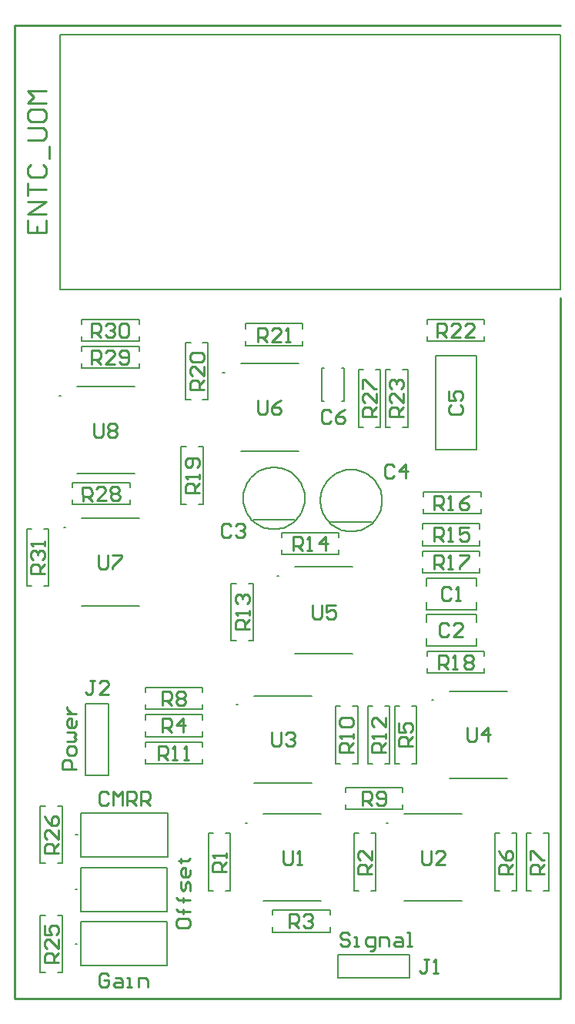
<source format=gbr>
G04*
G04 #@! TF.GenerationSoftware,Altium Limited,Altium Designer,23.2.1 (34)*
G04*
G04 Layer_Color=65535*
%FSLAX25Y25*%
%MOIN*%
G70*
G04*
G04 #@! TF.SameCoordinates,FD52DB97-2028-4BFA-9E6B-1C7D996C3806*
G04*
G04*
G04 #@! TF.FilePolarity,Positive*
G04*
G01*
G75*
%ADD10C,0.00787*%
%ADD11C,0.00591*%
%ADD12C,0.01000*%
%ADD13C,0.00500*%
D10*
X90807Y255157D02*
X90020D01*
X90807D01*
X250256Y180354D02*
X249468D01*
X250256D01*
X165610Y178386D02*
X164823D01*
X165610D01*
X169547Y127205D02*
X168760D01*
X169547D01*
X88839Y312244D02*
X88051D01*
X88839D01*
X95866Y74803D02*
X95079D01*
X95866D01*
X183209Y234252D02*
X182421D01*
X183209D01*
X230571Y127205D02*
X229784D01*
X230571D01*
X96024Y122047D02*
X95236D01*
X96024D01*
X95866Y98425D02*
X95079D01*
X95866D01*
X159705Y322087D02*
X158917D01*
X159705D01*
X229528Y323425D02*
X231598D01*
X236906Y298622D02*
X238976D01*
X236906Y323425D02*
X238976D01*
X229528Y298622D02*
X231598D01*
X229528D02*
Y323425D01*
X238976Y298622D02*
Y323425D01*
X168701Y333858D02*
Y335929D01*
X193504Y341236D02*
Y343307D01*
X168701Y341236D02*
Y343307D01*
X193504Y333858D02*
Y335929D01*
X168701Y333858D02*
X193504D01*
X168701Y343307D02*
X193504D01*
X172047Y258366D02*
X190157D01*
X201772Y309842D02*
Y324016D01*
X210531D02*
X211614D01*
X201772D02*
X202854D01*
X211614Y309842D02*
Y324016D01*
X210531Y309842D02*
X211614D01*
X201772D02*
X202854D01*
X212008Y133071D02*
Y135142D01*
X236811Y140449D02*
Y142520D01*
X212008Y140449D02*
Y142520D01*
X236811Y133071D02*
Y135142D01*
X212008Y133071D02*
X236811D01*
X212008Y142520D02*
X236811D01*
X150197Y171945D02*
Y174016D01*
X125394Y164567D02*
Y166638D01*
X150197Y164567D02*
Y166638D01*
X125394Y171945D02*
Y174016D01*
X150197D01*
X125394Y164567D02*
X150197D01*
X208917Y59961D02*
Y69961D01*
Y59961D02*
X239902D01*
Y69961D01*
X208917D02*
X239902D01*
X140945Y289961D02*
X143016D01*
X148323Y265158D02*
X150394D01*
X148323Y289961D02*
X150394D01*
X140945Y265158D02*
X143016D01*
X140945D02*
Y289961D01*
X150394Y265158D02*
Y289961D01*
X209252Y250685D02*
Y252756D01*
X184449Y243307D02*
Y245378D01*
X209252Y243307D02*
Y245378D01*
X184449Y250685D02*
Y252756D01*
X209252D01*
X184449Y243307D02*
X209252D01*
X99331Y147736D02*
Y178720D01*
X109331D01*
Y147736D02*
Y178720D01*
X99331Y147736D02*
X109331D01*
X118701Y272339D02*
Y274410D01*
X93898Y264961D02*
Y267032D01*
X118701Y264961D02*
Y267032D01*
X93898Y272339D02*
Y274410D01*
X118701D01*
X93898Y264961D02*
X118701D01*
X290551Y97835D02*
Y122638D01*
X300000Y97835D02*
Y122638D01*
X297929D02*
X300000D01*
X290551Y97835D02*
X292622D01*
X290551Y122638D02*
X292622D01*
X297929Y97835D02*
X300000D01*
X276772D02*
Y122638D01*
X286221Y97835D02*
Y122638D01*
X284150D02*
X286221D01*
X276772Y97835D02*
X278842D01*
X276772Y122638D02*
X278842D01*
X284150Y97835D02*
X286221D01*
X162205D02*
Y122638D01*
X152756Y97835D02*
Y122638D01*
Y97835D02*
X154827D01*
X160134Y122638D02*
X162205D01*
X160134Y97835D02*
X162205D01*
X152756Y122638D02*
X154827D01*
X231102Y152953D02*
Y177756D01*
X221654Y152953D02*
Y177756D01*
Y152953D02*
X223724D01*
X229031Y177756D02*
X231102D01*
X229031Y152953D02*
X231102D01*
X221654Y177756D02*
X223724D01*
X162598Y206102D02*
Y230906D01*
X172047Y206102D02*
Y230906D01*
X169976D02*
X172047D01*
X162598Y206102D02*
X164669D01*
X162598Y230906D02*
X164669D01*
X169976Y206102D02*
X172047D01*
X207874Y152953D02*
Y177756D01*
X217323Y152953D02*
Y177756D01*
X215252D02*
X217323D01*
X207874Y152953D02*
X209945D01*
X207874Y177756D02*
X209945D01*
X215252Y152953D02*
X217323D01*
X125394Y176378D02*
X150197D01*
X125394Y185827D02*
X150197D01*
X125394Y183756D02*
Y185827D01*
X150197Y176378D02*
Y178449D01*
X125394Y176378D02*
Y178449D01*
X150197Y183756D02*
Y185827D01*
X180512Y89370D02*
X205315D01*
X180512Y79921D02*
X205315D01*
Y81992D01*
X180512Y87299D02*
Y89370D01*
X205315Y87299D02*
Y89370D01*
X180512Y79921D02*
Y81992D01*
X245913Y270472D02*
X270717D01*
X245913Y261024D02*
X270717D01*
Y263094D01*
X245913Y268402D02*
Y270472D01*
X270717Y268402D02*
Y270472D01*
X245913Y261024D02*
Y263094D01*
X245472Y244882D02*
X270276D01*
X245472Y235433D02*
X270276D01*
Y237504D01*
X245472Y242811D02*
Y244882D01*
X270276Y242811D02*
Y244882D01*
X245472Y235433D02*
Y237504D01*
X233465Y152953D02*
Y177756D01*
X242913Y152953D02*
Y177756D01*
X240843D02*
X242913D01*
X233465Y152953D02*
X235535D01*
X233465Y177756D02*
X235535D01*
X240843Y152953D02*
X242913D01*
X225197Y97835D02*
Y122638D01*
X215748Y97835D02*
Y122638D01*
Y97835D02*
X217819D01*
X223126Y122638D02*
X225197D01*
X223126Y97835D02*
X225197D01*
X215748Y122638D02*
X217819D01*
X247441Y201575D02*
X272244D01*
X247441Y192126D02*
X272244D01*
Y194197D01*
X247441Y199504D02*
Y201575D01*
X272244Y199504D02*
Y201575D01*
X247441Y192126D02*
Y194197D01*
X245472Y256693D02*
X270276D01*
X245472Y247244D02*
X270276D01*
Y249315D01*
X245472Y254622D02*
Y256693D01*
X270276Y254622D02*
Y256693D01*
X245472Y247244D02*
Y249315D01*
X125394Y162205D02*
X150197D01*
X125394Y152756D02*
X150197D01*
Y154827D01*
X125394Y160134D02*
Y162205D01*
X150197Y160134D02*
Y162205D01*
X125394Y152756D02*
Y154827D01*
X97835Y333465D02*
X122638D01*
X97835Y324016D02*
X122638D01*
Y326087D01*
X97835Y331394D02*
Y333465D01*
X122638Y331394D02*
Y333465D01*
X97835Y324016D02*
Y326087D01*
Y345276D02*
X122638D01*
X97835Y335827D02*
X122638D01*
Y337898D01*
X97835Y343205D02*
Y345276D01*
X122638Y343205D02*
Y345276D01*
X97835Y335827D02*
Y337898D01*
X205512Y257382D02*
X223622D01*
X74016Y229724D02*
Y254528D01*
X83465Y229724D02*
Y254528D01*
X81394D02*
X83465D01*
X74016Y229724D02*
X76087D01*
X74016Y254528D02*
X76087D01*
X81394Y229724D02*
X83465D01*
X217717Y298622D02*
Y323425D01*
X227165Y298622D02*
Y323425D01*
X225095D02*
X227165D01*
X217717Y298622D02*
X219787D01*
X217717Y323425D02*
X219787D01*
X225095Y298622D02*
X227165D01*
X79921Y62402D02*
Y87205D01*
X89370Y62402D02*
Y87205D01*
X87299D02*
X89370D01*
X79921Y62402D02*
X81992D01*
X79921Y87205D02*
X81992D01*
X87299Y62402D02*
X89370D01*
X152362Y310433D02*
Y335236D01*
X142913Y310433D02*
Y335236D01*
Y310433D02*
X144984D01*
X150291Y335236D02*
X152362D01*
X150291Y310433D02*
X152362D01*
X142913Y335236D02*
X144984D01*
X247441Y345276D02*
X272244D01*
X247441Y335827D02*
X272244D01*
Y337898D01*
X247441Y343205D02*
Y345276D01*
X272244Y343205D02*
Y345276D01*
X247441Y335827D02*
Y337898D01*
X89370Y109646D02*
Y134449D01*
X79921Y109646D02*
Y134449D01*
Y109646D02*
X81992D01*
X87299Y134449D02*
X89370D01*
X87299Y109646D02*
X89370D01*
X79921Y134449D02*
X81992D01*
D11*
X194488Y267717D02*
X194451Y268717D01*
X194339Y269712D01*
X194153Y270695D01*
X193894Y271662D01*
X193563Y272607D01*
X193163Y273524D01*
X192695Y274410D01*
X192162Y275257D01*
X191568Y276062D01*
X190915Y276821D01*
X190207Y277529D01*
X189448Y278182D01*
X188643Y278776D01*
X187795Y279309D01*
X186910Y279777D01*
X185993Y280177D01*
X185048Y280508D01*
X184081Y280767D01*
X183097Y280953D01*
X182103Y281065D01*
X181102Y281102D01*
X180102Y281065D01*
X179107Y280953D01*
X178124Y280767D01*
X177157Y280508D01*
X176212Y280177D01*
X175294Y279777D01*
X174409Y279309D01*
X173562Y278776D01*
X172756Y278182D01*
X171998Y277529D01*
X171290Y276821D01*
X170637Y276062D01*
X170043Y275257D01*
X169510Y274410D01*
X169042Y273524D01*
X168642Y272607D01*
X168311Y271662D01*
X168052Y270695D01*
X167866Y269712D01*
X167754Y268717D01*
X167717Y267717D01*
X167754Y266716D01*
X167866Y265722D01*
X168052Y264738D01*
X168311Y263771D01*
X168642Y262826D01*
X169042Y261909D01*
X169510Y261024D01*
X170043Y260176D01*
X170637Y259371D01*
X171290Y258612D01*
X171998Y257904D01*
X172757Y257251D01*
X173562Y256657D01*
X174409Y256124D01*
X175294Y255656D01*
X176212Y255256D01*
X177157Y254925D01*
X178124Y254666D01*
X179107Y254480D01*
X180102Y254368D01*
X181102Y254331D01*
X182103Y254368D01*
X183098Y254480D01*
X184081Y254666D01*
X185048Y254925D01*
X185993Y255256D01*
X186910Y255656D01*
X187795Y256124D01*
X188643Y256657D01*
X189448Y257251D01*
X190207Y257904D01*
X190915Y258612D01*
X191568Y259371D01*
X192162Y260176D01*
X192695Y261024D01*
X193163Y261909D01*
X193563Y262826D01*
X193894Y263771D01*
X194153Y264738D01*
X194339Y265722D01*
X194451Y266716D01*
X194488Y267717D01*
X227953Y266732D02*
X227915Y267733D01*
X227803Y268727D01*
X227617Y269711D01*
X227358Y270678D01*
X227027Y271623D01*
X226627Y272540D01*
X226159Y273425D01*
X225627Y274273D01*
X225032Y275078D01*
X224379Y275837D01*
X223672Y276545D01*
X222913Y277198D01*
X222107Y277792D01*
X221260Y278325D01*
X220375Y278793D01*
X219457Y279193D01*
X218513Y279523D01*
X217546Y279783D01*
X216562Y279969D01*
X215567Y280081D01*
X214567Y280118D01*
X213567Y280081D01*
X212572Y279969D01*
X211588Y279783D01*
X210621Y279523D01*
X209677Y279193D01*
X208759Y278793D01*
X207874Y278325D01*
X207026Y277792D01*
X206221Y277198D01*
X205462Y276545D01*
X204754Y275837D01*
X204101Y275078D01*
X203507Y274273D01*
X202975Y273425D01*
X202507Y272540D01*
X202106Y271623D01*
X201776Y270678D01*
X201517Y269711D01*
X201331Y268727D01*
X201219Y267733D01*
X201181Y266732D01*
X201219Y265732D01*
X201331Y264737D01*
X201517Y263754D01*
X201776Y262787D01*
X202106Y261842D01*
X202507Y260924D01*
X202975Y260039D01*
X203507Y259192D01*
X204101Y258386D01*
X204754Y257628D01*
X205462Y256920D01*
X206221Y256267D01*
X207027Y255672D01*
X207874Y255140D01*
X208759Y254672D01*
X209677Y254272D01*
X210621Y253941D01*
X211588Y253682D01*
X212572Y253496D01*
X213567Y253384D01*
X214567Y253346D01*
X215567Y253384D01*
X216562Y253496D01*
X217546Y253682D01*
X218513Y253941D01*
X219457Y254272D01*
X220375Y254672D01*
X221260Y255140D01*
X222108Y255672D01*
X222913Y256267D01*
X223672Y256920D01*
X224379Y257628D01*
X225032Y258386D01*
X225627Y259192D01*
X226159Y260039D01*
X226627Y260924D01*
X227027Y261842D01*
X227358Y262787D01*
X227617Y263754D01*
X227803Y264737D01*
X227915Y265732D01*
X227953Y266732D01*
D12*
X305118Y51181D02*
Y354331D01*
X68898Y51181D02*
X305118D01*
X68898D02*
Y472441D01*
X305118D01*
X74315Y388221D02*
Y382890D01*
X82313D01*
Y388221D01*
X78314Y382890D02*
Y385556D01*
X82313Y390887D02*
X74315D01*
X82313Y396219D01*
X74315D01*
Y398885D02*
Y404216D01*
Y401550D01*
X82313D01*
X75648Y412214D02*
X74315Y410881D01*
Y408215D01*
X75648Y406882D01*
X80980D01*
X82313Y408215D01*
Y410881D01*
X80980Y412214D01*
X83646Y414879D02*
Y420211D01*
X74315Y422877D02*
X80980D01*
X82313Y424210D01*
Y426875D01*
X80980Y428208D01*
X74315D01*
Y434873D02*
Y432207D01*
X75648Y430874D01*
X80980D01*
X82313Y432207D01*
Y434873D01*
X80980Y436206D01*
X75648D01*
X74315Y434873D01*
X82313Y438872D02*
X74315D01*
X76981Y441537D01*
X74315Y444203D01*
X82313D01*
X138671Y84708D02*
Y82708D01*
X139671Y81709D01*
X143670D01*
X144669Y82708D01*
Y84708D01*
X143670Y85707D01*
X139671D01*
X138671Y84708D01*
X144669Y88706D02*
X139671D01*
X141670D01*
Y87707D01*
Y89706D01*
Y88706D01*
X139671D01*
X138671Y89706D01*
X144669Y93705D02*
X139671D01*
X141670D01*
Y92705D01*
Y94704D01*
Y93705D01*
X139671D01*
X138671Y94704D01*
X144669Y97703D02*
Y100703D01*
X143670Y101702D01*
X142670Y100703D01*
Y98703D01*
X141670Y97703D01*
X140671Y98703D01*
Y101702D01*
X144669Y106701D02*
Y104701D01*
X143670Y103701D01*
X141670D01*
X140671Y104701D01*
Y106701D01*
X141670Y107700D01*
X142670D01*
Y103701D01*
X139671Y110699D02*
X140671D01*
Y109700D01*
Y111699D01*
Y110699D01*
X143670D01*
X144669Y111699D01*
X109329Y61116D02*
X108330Y62116D01*
X106330D01*
X105331Y61116D01*
Y57118D01*
X106330Y56118D01*
X108330D01*
X109329Y57118D01*
Y59117D01*
X107330D01*
X112328Y60117D02*
X114328D01*
X115328Y59117D01*
Y56118D01*
X112328D01*
X111329Y57118D01*
X112328Y58118D01*
X115328D01*
X117327Y56118D02*
X119326D01*
X118326D01*
Y60117D01*
X117327D01*
X122325Y56118D02*
Y60117D01*
X125324D01*
X126324Y59117D01*
Y56118D01*
X109329Y139857D02*
X108330Y140856D01*
X106330D01*
X105331Y139857D01*
Y135858D01*
X106330Y134858D01*
X108330D01*
X109329Y135858D01*
X111329Y134858D02*
Y140856D01*
X113328Y138857D01*
X115328Y140856D01*
Y134858D01*
X117327D02*
Y140856D01*
X120326D01*
X121326Y139857D01*
Y137857D01*
X120326Y136858D01*
X117327D01*
X119326D02*
X121326Y134858D01*
X123325D02*
Y140856D01*
X126324D01*
X127324Y139857D01*
Y137857D01*
X126324Y136858D01*
X123325D01*
X125324D02*
X127324Y134858D01*
X95457Y150606D02*
X89459D01*
Y153605D01*
X90458Y154605D01*
X92458D01*
X93457Y153605D01*
Y150606D01*
X95457Y157604D02*
Y159603D01*
X94457Y160603D01*
X92458D01*
X91458Y159603D01*
Y157604D01*
X92458Y156604D01*
X94457D01*
X95457Y157604D01*
X91458Y162602D02*
X94457D01*
X95457Y163602D01*
X94457Y164602D01*
X95457Y165601D01*
X94457Y166601D01*
X91458D01*
X95457Y171599D02*
Y169600D01*
X94457Y168600D01*
X92458D01*
X91458Y169600D01*
Y171599D01*
X92458Y172599D01*
X93457D01*
Y168600D01*
X91458Y174599D02*
X95457D01*
X93457D01*
X92458Y175598D01*
X91458Y176598D01*
Y177598D01*
X213660Y78864D02*
X212660Y79864D01*
X210661D01*
X209661Y78864D01*
Y77864D01*
X210661Y76864D01*
X212660D01*
X213660Y75865D01*
Y74865D01*
X212660Y73865D01*
X210661D01*
X209661Y74865D01*
X215659Y73865D02*
X217659D01*
X216659D01*
Y77864D01*
X215659D01*
X222657Y71866D02*
X223657D01*
X224657Y72866D01*
Y77864D01*
X221657D01*
X220658Y76864D01*
Y74865D01*
X221657Y73865D01*
X224657D01*
X226656D02*
Y77864D01*
X229655D01*
X230655Y76864D01*
Y73865D01*
X233654Y77864D02*
X235653D01*
X236653Y76864D01*
Y73865D01*
X233654D01*
X232654Y74865D01*
X233654Y75865D01*
X236653D01*
X238652Y73865D02*
X240651D01*
X239652D01*
Y79864D01*
X238652D01*
X103379Y188676D02*
X101380D01*
X102380D01*
Y183678D01*
X101380Y182678D01*
X100380D01*
X99381Y183678D01*
X109378Y182678D02*
X105379D01*
X109378Y186677D01*
Y187677D01*
X108378Y188676D01*
X106378D01*
X105379Y187677D01*
X103269Y300243D02*
Y295245D01*
X104269Y294245D01*
X106268D01*
X107268Y295245D01*
Y300243D01*
X109267Y299243D02*
X110267Y300243D01*
X112266D01*
X113266Y299243D01*
Y298244D01*
X112266Y297244D01*
X113266Y296244D01*
Y295245D01*
X112266Y294245D01*
X110267D01*
X109267Y295245D01*
Y296244D01*
X110267Y297244D01*
X109267Y298244D01*
Y299243D01*
X110267Y297244D02*
X112266D01*
X105238Y243157D02*
Y238158D01*
X106237Y237158D01*
X108237D01*
X109237Y238158D01*
Y243157D01*
X111236D02*
X115235D01*
Y242157D01*
X111236Y238158D01*
Y237158D01*
X174135Y310086D02*
Y305087D01*
X175135Y304088D01*
X177135D01*
X178134Y305087D01*
Y310086D01*
X184132D02*
X182133Y309086D01*
X180133Y307087D01*
Y305087D01*
X181133Y304088D01*
X183133D01*
X184132Y305087D01*
Y306087D01*
X183133Y307087D01*
X180133D01*
X197757Y221503D02*
Y216505D01*
X198757Y215505D01*
X200757D01*
X201756Y216505D01*
Y221503D01*
X207754D02*
X203756D01*
Y218504D01*
X205755Y219504D01*
X206755D01*
X207754Y218504D01*
Y216505D01*
X206755Y215505D01*
X204755D01*
X203756Y216505D01*
X264687Y168353D02*
Y163355D01*
X265686Y162355D01*
X267686D01*
X268685Y163355D01*
Y168353D01*
X273684Y162355D02*
Y168353D01*
X270685Y165354D01*
X274683D01*
X180041Y166385D02*
Y161387D01*
X181041Y160387D01*
X183040D01*
X184040Y161387D01*
Y166385D01*
X186039Y165385D02*
X187039Y166385D01*
X189038D01*
X190038Y165385D01*
Y164385D01*
X189038Y163386D01*
X188038D01*
X189038D01*
X190038Y162386D01*
Y161387D01*
X189038Y160387D01*
X187039D01*
X186039Y161387D01*
X245002Y115204D02*
Y110205D01*
X246001Y109206D01*
X248001D01*
X249000Y110205D01*
Y115204D01*
X254998Y109206D02*
X251000D01*
X254998Y113204D01*
Y114204D01*
X253999Y115204D01*
X251999D01*
X251000Y114204D01*
X184978Y115204D02*
Y110205D01*
X185977Y109206D01*
X187977D01*
X188976Y110205D01*
Y115204D01*
X190976Y109206D02*
X192975D01*
X191975D01*
Y115204D01*
X190976Y114204D01*
X81669Y235099D02*
X75671Y235159D01*
X75701Y238158D01*
X76711Y239147D01*
X78710Y239127D01*
X79700Y238118D01*
X79670Y235119D01*
X79690Y237118D02*
X81709Y239097D01*
X76731Y241146D02*
X75741Y242156D01*
X75761Y244155D01*
X76771Y245145D01*
X77771Y245135D01*
X78760Y244125D01*
X78750Y243126D01*
X78760Y244125D01*
X79770Y245115D01*
X80769Y245105D01*
X81759Y244095D01*
X81739Y242096D01*
X80729Y241106D01*
X81789Y247094D02*
X81809Y249093D01*
X81799Y248094D01*
X75801Y248154D01*
X76791Y247144D01*
X102239Y337552D02*
Y343550D01*
X105238D01*
X106237Y342550D01*
Y340551D01*
X105238Y339551D01*
X102239D01*
X104238D02*
X106237Y337552D01*
X108237Y342550D02*
X109237Y343550D01*
X111236D01*
X112236Y342550D01*
Y341551D01*
X111236Y340551D01*
X110236D01*
X111236D01*
X112236Y339551D01*
Y338552D01*
X111236Y337552D01*
X109237D01*
X108237Y338552D01*
X114235Y342550D02*
X115235Y343550D01*
X117234D01*
X118234Y342550D01*
Y338552D01*
X117234Y337552D01*
X115235D01*
X114235Y338552D01*
Y342550D01*
X102239Y325741D02*
Y331739D01*
X105238D01*
X106237Y330739D01*
Y328740D01*
X105238Y327741D01*
X102239D01*
X104238D02*
X106237Y325741D01*
X112236D02*
X108237D01*
X112236Y329740D01*
Y330739D01*
X111236Y331739D01*
X109237D01*
X108237Y330739D01*
X114235Y326741D02*
X115235Y325741D01*
X117234D01*
X118234Y326741D01*
Y330739D01*
X117234Y331739D01*
X115235D01*
X114235Y330739D01*
Y329740D01*
X115235Y328740D01*
X118234D01*
X98360Y266536D02*
X98247Y272533D01*
X101245Y272589D01*
X102263Y271609D01*
X102301Y269610D01*
X101321Y268591D01*
X98322Y268535D01*
X100321Y268572D02*
X102358Y266611D01*
X108355Y266724D02*
X104357Y266649D01*
X108279Y270722D01*
X108261Y271722D01*
X107242Y272702D01*
X105243Y272665D01*
X104262Y271646D01*
X110259Y271759D02*
X111240Y272778D01*
X113239Y272815D01*
X114258Y271835D01*
X114276Y270835D01*
X113296Y269817D01*
X114314Y268836D01*
X114333Y267837D01*
X113352Y266818D01*
X111353Y266781D01*
X110335Y267761D01*
X110316Y268761D01*
X111297Y269779D01*
X110278Y270760D01*
X110259Y271759D01*
X111297Y269779D02*
X113296Y269817D01*
X225440Y303026D02*
X219442D01*
Y306025D01*
X220442Y307025D01*
X222441D01*
X223441Y306025D01*
Y303026D01*
Y305026D02*
X225440Y307025D01*
Y313023D02*
Y309024D01*
X221441Y313023D01*
X220442D01*
X219442Y312023D01*
Y310024D01*
X220442Y309024D01*
X219442Y315022D02*
Y319021D01*
X220442D01*
X224440Y315022D01*
X225440D01*
X87645Y114050D02*
X81647D01*
Y117049D01*
X82646Y118049D01*
X84646D01*
X85645Y117049D01*
Y114050D01*
Y116049D02*
X87645Y118049D01*
Y124047D02*
Y120048D01*
X83646Y124047D01*
X82646D01*
X81647Y123047D01*
Y121048D01*
X82646Y120048D01*
X81647Y130045D02*
X82646Y128045D01*
X84646Y126046D01*
X86645D01*
X87645Y127046D01*
Y129045D01*
X86645Y130045D01*
X85645D01*
X84646Y129045D01*
Y126046D01*
X87645Y66806D02*
X81647D01*
Y69805D01*
X82646Y70804D01*
X84646D01*
X85645Y69805D01*
Y66806D01*
Y68805D02*
X87645Y70804D01*
Y76802D02*
Y72804D01*
X83646Y76802D01*
X82646D01*
X81647Y75803D01*
Y73804D01*
X82646Y72804D01*
X81647Y82801D02*
Y78802D01*
X84646D01*
X83646Y80801D01*
Y81801D01*
X84646Y82801D01*
X86645D01*
X87645Y81801D01*
Y79801D01*
X86645Y78802D01*
X237251Y303026D02*
X231253D01*
Y306025D01*
X232253Y307025D01*
X234252D01*
X235252Y306025D01*
Y303026D01*
Y305026D02*
X237251Y307025D01*
Y313023D02*
Y309024D01*
X233252Y313023D01*
X232253D01*
X231253Y312023D01*
Y310024D01*
X232253Y309024D01*
Y315022D02*
X231253Y316022D01*
Y318021D01*
X232253Y319021D01*
X233252D01*
X234252Y318021D01*
Y317022D01*
Y318021D01*
X235252Y319021D01*
X236251D01*
X237251Y318021D01*
Y316022D01*
X236251Y315022D01*
X251845Y337552D02*
Y343550D01*
X254844D01*
X255844Y342550D01*
Y340551D01*
X254844Y339551D01*
X251845D01*
X253844D02*
X255844Y337552D01*
X261842D02*
X257843D01*
X261842Y341551D01*
Y342550D01*
X260842Y343550D01*
X258843D01*
X257843Y342550D01*
X267840Y337552D02*
X263841D01*
X267840Y341551D01*
Y342550D01*
X266840Y343550D01*
X264841D01*
X263841Y342550D01*
X174105Y335584D02*
Y341582D01*
X177104D01*
X178103Y340582D01*
Y338583D01*
X177104Y337583D01*
X174105D01*
X176104D02*
X178103Y335584D01*
X184101D02*
X180103D01*
X184101Y339582D01*
Y340582D01*
X183102Y341582D01*
X181102D01*
X180103Y340582D01*
X186101Y335584D02*
X188100D01*
X187100D01*
Y341582D01*
X186101Y340582D01*
X150637Y314837D02*
X144639D01*
Y317836D01*
X145638Y318836D01*
X147638D01*
X148637Y317836D01*
Y314837D01*
Y316837D02*
X150637Y318836D01*
Y324834D02*
Y320835D01*
X146638Y324834D01*
X145638D01*
X144639Y323834D01*
Y321835D01*
X145638Y320835D01*
Y326833D02*
X144639Y327833D01*
Y329832D01*
X145638Y330832D01*
X149637D01*
X150637Y329832D01*
Y327833D01*
X149637Y326833D01*
X145638D01*
X148668Y270061D02*
X142670D01*
Y273060D01*
X143670Y274060D01*
X145669D01*
X146669Y273060D01*
Y270061D01*
Y272061D02*
X148668Y274060D01*
Y276060D02*
Y278059D01*
Y277059D01*
X142670D01*
X143670Y276060D01*
X147669Y281058D02*
X148668Y282058D01*
Y284057D01*
X147669Y285057D01*
X143670D01*
X142670Y284057D01*
Y282058D01*
X143670Y281058D01*
X144670D01*
X145669Y282058D01*
Y285057D01*
X252345Y193851D02*
Y199849D01*
X255344D01*
X256344Y198850D01*
Y196850D01*
X255344Y195851D01*
X252345D01*
X254344D02*
X256344Y193851D01*
X258343D02*
X260342D01*
X259343D01*
Y199849D01*
X258343Y198850D01*
X263341D02*
X264341Y199849D01*
X266340D01*
X267340Y198850D01*
Y197850D01*
X266340Y196850D01*
X267340Y195851D01*
Y194851D01*
X266340Y193851D01*
X264341D01*
X263341Y194851D01*
Y195851D01*
X264341Y196850D01*
X263341Y197850D01*
Y198850D01*
X264341Y196850D02*
X266340D01*
X250377Y237158D02*
Y243157D01*
X253376D01*
X254375Y242157D01*
Y240158D01*
X253376Y239158D01*
X250377D01*
X252376D02*
X254375Y237158D01*
X256375D02*
X258374D01*
X257374D01*
Y243157D01*
X256375Y242157D01*
X261373Y243157D02*
X265372D01*
Y242157D01*
X261373Y238158D01*
Y237158D01*
X250377Y262749D02*
Y268747D01*
X253376D01*
X254375Y267747D01*
Y265748D01*
X253376Y264748D01*
X250377D01*
X252376D02*
X254375Y262749D01*
X256375D02*
X258374D01*
X257374D01*
Y268747D01*
X256375Y267747D01*
X265372Y268747D02*
X263372Y267747D01*
X261373Y265748D01*
Y263749D01*
X262373Y262749D01*
X264372D01*
X265372Y263749D01*
Y264748D01*
X264372Y265748D01*
X261373D01*
X250377Y248970D02*
Y254967D01*
X253376D01*
X254375Y253968D01*
Y251969D01*
X253376Y250969D01*
X250377D01*
X252376D02*
X254375Y248970D01*
X256375D02*
X258374D01*
X257374D01*
Y254967D01*
X256375Y253968D01*
X265372Y254967D02*
X261373D01*
Y251969D01*
X263372Y252968D01*
X264372D01*
X265372Y251969D01*
Y249969D01*
X264372Y248970D01*
X262373D01*
X261373Y249969D01*
X189353Y245033D02*
Y251030D01*
X192352D01*
X193351Y250031D01*
Y248031D01*
X192352Y247032D01*
X189353D01*
X191352D02*
X193351Y245033D01*
X195351D02*
X197350D01*
X196351D01*
Y251030D01*
X195351Y250031D01*
X203348Y245033D02*
Y251030D01*
X200349Y248031D01*
X204348D01*
X170322Y211006D02*
X164324D01*
Y214005D01*
X165323Y215005D01*
X167323D01*
X168323Y214005D01*
Y211006D01*
Y213006D02*
X170322Y215005D01*
Y217004D02*
Y219004D01*
Y218004D01*
X164324D01*
X165323Y217004D01*
Y222003D02*
X164324Y223003D01*
Y225002D01*
X165323Y226002D01*
X166323D01*
X167323Y225002D01*
Y224002D01*
Y225002D01*
X168323Y226002D01*
X169322D01*
X170322Y225002D01*
Y223003D01*
X169322Y222003D01*
X229377Y157857D02*
X223379D01*
Y160856D01*
X224379Y161855D01*
X226378D01*
X227378Y160856D01*
Y157857D01*
Y159856D02*
X229377Y161855D01*
Y163855D02*
Y165854D01*
Y164855D01*
X223379D01*
X224379Y163855D01*
X229377Y172852D02*
Y168853D01*
X225378Y172852D01*
X224379D01*
X223379Y171852D01*
Y169853D01*
X224379Y168853D01*
X131297Y154481D02*
Y160479D01*
X134296D01*
X135296Y159480D01*
Y157480D01*
X134296Y156481D01*
X131297D01*
X133297D02*
X135296Y154481D01*
X137295D02*
X139295D01*
X138295D01*
Y160479D01*
X137295Y159480D01*
X142294Y154481D02*
X144293D01*
X143293D01*
Y160479D01*
X142294Y159480D01*
X215597Y157857D02*
X209599D01*
Y160856D01*
X210599Y161855D01*
X212598D01*
X213598Y160856D01*
Y157857D01*
Y159856D02*
X215597Y161855D01*
Y163855D02*
Y165854D01*
Y164855D01*
X209599D01*
X210599Y163855D01*
Y168853D02*
X209599Y169853D01*
Y171852D01*
X210599Y172852D01*
X214598D01*
X215597Y171852D01*
Y169853D01*
X214598Y168853D01*
X210599D01*
X219411Y134796D02*
Y140794D01*
X222410D01*
X223410Y139795D01*
Y137795D01*
X222410Y136796D01*
X219411D01*
X221410D02*
X223410Y134796D01*
X225409Y135796D02*
X226409Y134796D01*
X228408D01*
X229408Y135796D01*
Y139795D01*
X228408Y140794D01*
X226409D01*
X225409Y139795D01*
Y138795D01*
X226409Y137795D01*
X229408D01*
X132797Y178103D02*
Y184101D01*
X135796D01*
X136796Y183102D01*
Y181102D01*
X135796Y180103D01*
X132797D01*
X134796D02*
X136796Y178103D01*
X138795Y183102D02*
X139795Y184101D01*
X141794D01*
X142794Y183102D01*
Y182102D01*
X141794Y181102D01*
X142794Y180103D01*
Y179103D01*
X141794Y178103D01*
X139795D01*
X138795Y179103D01*
Y180103D01*
X139795Y181102D01*
X138795Y182102D01*
Y183102D01*
X139795Y181102D02*
X141794D01*
X298275Y105238D02*
X292277D01*
Y108237D01*
X293276Y109237D01*
X295276D01*
X296275Y108237D01*
Y105238D01*
Y107237D02*
X298275Y109237D01*
X292277Y111236D02*
Y115235D01*
X293276D01*
X297275Y111236D01*
X298275D01*
X284495Y105238D02*
X278497D01*
Y108237D01*
X279497Y109237D01*
X281496D01*
X282496Y108237D01*
Y105238D01*
Y107237D02*
X284495Y109237D01*
X278497Y115235D02*
X279497Y113235D01*
X281496Y111236D01*
X283495D01*
X284495Y112236D01*
Y114235D01*
X283495Y115235D01*
X282496D01*
X281496Y114235D01*
Y111236D01*
X241188Y160356D02*
X235190D01*
Y163355D01*
X236190Y164355D01*
X238189D01*
X239189Y163355D01*
Y160356D01*
Y162355D02*
X241188Y164355D01*
X235190Y170353D02*
Y166354D01*
X238189D01*
X237189Y168353D01*
Y169353D01*
X238189Y170353D01*
X240188D01*
X241188Y169353D01*
Y167354D01*
X240188Y166354D01*
X132797Y166292D02*
Y172290D01*
X135796D01*
X136796Y171291D01*
Y169291D01*
X135796Y168292D01*
X132797D01*
X134796D02*
X136796Y166292D01*
X141794D02*
Y172290D01*
X138795Y169291D01*
X142794D01*
X187915Y81647D02*
Y87645D01*
X190914D01*
X191914Y86645D01*
Y84646D01*
X190914Y83646D01*
X187915D01*
X189914D02*
X191914Y81647D01*
X193913Y86645D02*
X194913Y87645D01*
X196912D01*
X197912Y86645D01*
Y85645D01*
X196912Y84646D01*
X195912D01*
X196912D01*
X197912Y83646D01*
Y82646D01*
X196912Y81647D01*
X194913D01*
X193913Y82646D01*
X223471Y105238D02*
X217473D01*
Y108237D01*
X218473Y109237D01*
X220472D01*
X221472Y108237D01*
Y105238D01*
Y107237D02*
X223471Y109237D01*
Y115235D02*
Y111236D01*
X219473Y115235D01*
X218473D01*
X217473Y114235D01*
Y112236D01*
X218473Y111236D01*
X160479Y106237D02*
X154481D01*
Y109237D01*
X155481Y110236D01*
X157480D01*
X158480Y109237D01*
Y106237D01*
Y108237D02*
X160479Y110236D01*
Y112236D02*
Y114235D01*
Y113235D01*
X154481D01*
X155481Y112236D01*
X248031Y67960D02*
X246032D01*
X247032D01*
Y62961D01*
X246032Y61962D01*
X245033D01*
X244033Y62961D01*
X250031Y61962D02*
X252030D01*
X251030D01*
Y67960D01*
X250031Y66960D01*
X205693Y305149D02*
X204694Y306149D01*
X202694D01*
X201694Y305149D01*
Y301150D01*
X202694Y300151D01*
X204694D01*
X205693Y301150D01*
X211691Y306149D02*
X209692Y305149D01*
X207693Y303150D01*
Y301150D01*
X208692Y300151D01*
X210692D01*
X211691Y301150D01*
Y302150D01*
X210692Y303150D01*
X207693D01*
X257843Y308055D02*
X256843Y307056D01*
Y305056D01*
X257843Y304057D01*
X261842D01*
X262842Y305056D01*
Y307056D01*
X261842Y308055D01*
X256843Y314054D02*
Y310055D01*
X259842D01*
X258843Y312054D01*
Y313054D01*
X259842Y314054D01*
X261842D01*
X262842Y313054D01*
Y311054D01*
X261842Y310055D01*
X233252Y281527D02*
X232253Y282527D01*
X230253D01*
X229254Y281527D01*
Y277528D01*
X230253Y276529D01*
X232253D01*
X233252Y277528D01*
X238251Y276529D02*
Y282527D01*
X235252Y279528D01*
X239250D01*
X162386Y255936D02*
X161387Y256936D01*
X159387D01*
X158387Y255936D01*
Y251938D01*
X159387Y250938D01*
X161387D01*
X162386Y251938D01*
X164385Y255936D02*
X165385Y256936D01*
X167385D01*
X168384Y255936D01*
Y254937D01*
X167385Y253937D01*
X166385D01*
X167385D01*
X168384Y252937D01*
Y251938D01*
X167385Y250938D01*
X165385D01*
X164385Y251938D01*
X256874Y212629D02*
X255875Y213629D01*
X253875D01*
X252876Y212629D01*
Y208631D01*
X253875Y207631D01*
X255875D01*
X256874Y208631D01*
X262872Y207631D02*
X258874D01*
X262872Y211630D01*
Y212629D01*
X261873Y213629D01*
X259873D01*
X258874Y212629D01*
X257874Y228377D02*
X256874Y229377D01*
X254875D01*
X253875Y228377D01*
Y224379D01*
X254875Y223379D01*
X256874D01*
X257874Y224379D01*
X259873Y223379D02*
X261873D01*
X260873D01*
Y229377D01*
X259873Y228377D01*
D13*
X97736Y259035D02*
X122736D01*
X97736Y221280D02*
X122736D01*
X257185Y146476D02*
X282185D01*
X257185Y184232D02*
X282185D01*
X172539Y144508D02*
X197539D01*
X172539Y182264D02*
X197539D01*
X176476Y93327D02*
X201476D01*
X176476Y131083D02*
X201476D01*
X95768Y278366D02*
X120768D01*
X95768Y316122D02*
X120768D01*
X97382Y84331D02*
X134902D01*
Y65315D02*
Y84331D01*
X97382Y65315D02*
Y84331D01*
Y65315D02*
X134902D01*
X190138Y238130D02*
X215138D01*
X190138Y200374D02*
X215138D01*
X247047Y219488D02*
X268701D01*
X247047Y233268D02*
X268701D01*
X247047Y219488D02*
Y222854D01*
X268701Y219488D02*
Y222854D01*
X247047Y229902D02*
Y233268D01*
X268701Y229902D02*
Y233268D01*
X237500Y131083D02*
X262500D01*
X237500Y93327D02*
X262500D01*
X247047Y217520D02*
X268701D01*
X247047Y203740D02*
X268701D01*
Y214154D02*
Y217520D01*
X247047Y214154D02*
Y217520D01*
X268701Y203740D02*
Y207106D01*
X247047Y203740D02*
Y207106D01*
X88583Y358268D02*
X305118D01*
X88583D02*
Y468504D01*
X305118D01*
Y358268D02*
Y468504D01*
X97539Y131575D02*
X135059D01*
Y112559D02*
Y131575D01*
X97539Y112559D02*
Y131575D01*
Y112559D02*
X135059D01*
X97382Y107953D02*
X134902D01*
Y88937D02*
Y107953D01*
X97382Y88937D02*
Y107953D01*
Y88937D02*
X134902D01*
X166634Y325965D02*
X191634D01*
X166634Y288209D02*
X191634D01*
X250984Y288779D02*
Y329331D01*
X268701Y288779D02*
Y329331D01*
X250984D02*
X268701D01*
X250984Y288779D02*
X268701D01*
M02*

</source>
